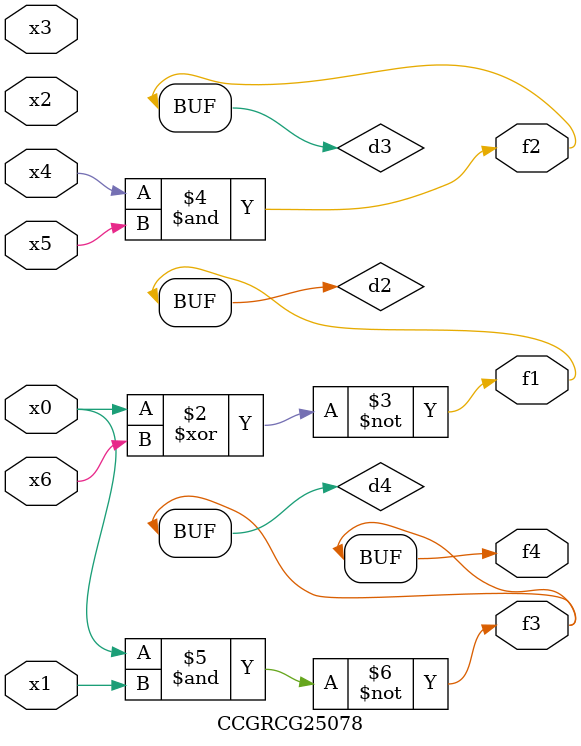
<source format=v>
module CCGRCG25078(
	input x0, x1, x2, x3, x4, x5, x6,
	output f1, f2, f3, f4
);

	wire d1, d2, d3, d4;

	nor (d1, x0);
	xnor (d2, x0, x6);
	and (d3, x4, x5);
	nand (d4, x0, x1);
	assign f1 = d2;
	assign f2 = d3;
	assign f3 = d4;
	assign f4 = d4;
endmodule

</source>
